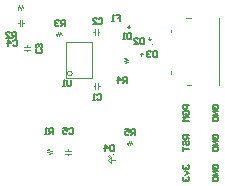
<source format=gbr>
%TF.GenerationSoftware,Altium Limited,Altium Designer,20.1.8 (145)*%
G04 Layer_Color=15790320*
%FSLAX45Y45*%
%MOMM*%
%TF.SameCoordinates,B8344769-4606-4218-AAAC-353AEC7BCCEF*%
%TF.FilePolarity,Positive*%
%TF.FileFunction,Legend,Bot*%
%TF.Part,Single*%
G01*
G75*
%TA.AperFunction,NonConductor*%
%ADD29C,0.10000*%
%ADD30C,0.10160*%
%ADD31C,0.15000*%
D29*
X1058803Y1317754D02*
G03*
X1058803Y1317754I-5000J0D01*
G01*
X1305477Y1196912D02*
G03*
X1305477Y1196912I-5000J0D01*
G01*
X1186902Y1156406D02*
G03*
X1186902Y1156406I-5000J0D01*
G01*
X975000Y262871D02*
G03*
X975000Y262871I-5000J0D01*
G01*
D30*
X620841Y947374D02*
G03*
X620841Y947374I-20000J0D01*
G01*
X1086063Y1342752D02*
X1114003D01*
X1086063D02*
X1098763Y1355452D01*
X1098763Y1332592D02*
X1098763Y1355452D01*
X1086063Y1342752D02*
X1098763Y1332592D01*
X1275479Y1229172D02*
X1285639Y1241872D01*
X1262779D02*
X1285639D01*
X1262779D02*
X1275479Y1229172D01*
Y1257112D01*
X1206899Y1096206D02*
Y1124146D01*
X1219599Y1111446D01*
X1196739D02*
X1219599D01*
X1196739D02*
X1206899Y1124146D01*
X242672Y1174233D02*
Y1186733D01*
Y1136733D02*
Y1149233D01*
X217672Y1174233D02*
X267672D01*
X217672Y1149233D02*
X267672D01*
X559923Y270096D02*
X609923D01*
X559923Y295096D02*
X609923D01*
X584923Y257596D02*
Y270096D01*
Y295096D02*
Y307596D01*
X1120001Y380096D02*
X1130000Y355096D01*
X1110001Y342596D02*
X1120001Y380096D01*
X1100001D02*
X1110001Y342596D01*
X1090001D02*
X1100001Y380096D01*
X1085000Y360096D02*
X1090001Y342596D01*
X422041Y264153D02*
X447042Y274152D01*
X409541Y284152D02*
X447042Y274152D01*
X409541Y284152D02*
X447042Y294152D01*
X409541Y304152D02*
X447042Y294152D01*
X409541Y304152D02*
X427041Y309153D01*
X522423Y1299556D02*
X532422Y1274556D01*
X512423Y1262056D02*
X522423Y1299556D01*
X502423D02*
X512423Y1262056D01*
X492423D02*
X502423Y1299556D01*
X487422Y1279556D02*
X492423Y1262056D01*
X195493Y1527740D02*
X205492Y1502740D01*
X185492Y1490240D02*
X195493Y1527740D01*
X175492D02*
X185492Y1490240D01*
X165492D02*
X175492Y1527740D01*
X160492Y1507740D02*
X165492Y1490240D01*
X200532Y1352199D02*
Y1402199D01*
X175532Y1352199D02*
Y1402199D01*
X200532Y1377199D02*
X213032D01*
X163032D02*
X175532D01*
X567041Y911674D02*
Y1211674D01*
X787041Y911674D02*
Y1211674D01*
X567041Y911674D02*
X787041D01*
X567041Y1211674D02*
X787041D01*
X922500Y250372D02*
X932500Y240372D01*
Y257871D02*
X942500Y247871D01*
X950000Y187872D02*
Y212872D01*
X922500D02*
X950000Y187872D01*
X922500Y212872D02*
X950000Y237872D01*
Y212872D02*
Y237872D01*
Y212872D02*
X982500D01*
X1866274Y849022D02*
Y1415022D01*
X1589013D02*
X1626274D01*
X1461274Y1297283D02*
Y1317284D01*
X1595540Y849022D02*
X1626274D01*
X1461274Y946022D02*
Y966022D01*
X843291Y840325D02*
X855791D01*
X805791D02*
X818291D01*
X843291Y815325D02*
Y865325D01*
X818291Y815325D02*
Y865325D01*
X798693Y1300060D02*
X811193D01*
X836193D02*
X848693D01*
X811193Y1275060D02*
Y1325060D01*
X836193Y1275060D02*
Y1325060D01*
X1059325Y1076606D02*
X1076825Y1081607D01*
X1059325Y1076606D02*
X1096825Y1066606D01*
X1059325Y1056606D02*
X1096825Y1066606D01*
X1059325Y1056606D02*
X1096825Y1046606D01*
X1071825Y1036607D02*
X1096825Y1046606D01*
D31*
X1610731Y425725D02*
X1560747D01*
Y400734D01*
X1569078Y392403D01*
X1585739D01*
X1594070Y400734D01*
Y425725D01*
Y409064D02*
X1610731Y392403D01*
X1569078Y342419D02*
X1560747Y350750D01*
Y367411D01*
X1569078Y375742D01*
X1577408D01*
X1585739Y367411D01*
Y350750D01*
X1594070Y342419D01*
X1602400D01*
X1610731Y350750D01*
Y367411D01*
X1602400Y375742D01*
X1560747Y325758D02*
Y292436D01*
Y309097D01*
X1610731D01*
X1818006Y645895D02*
X1809676Y654226D01*
Y670887D01*
X1818006Y679218D01*
X1851329D01*
X1859659Y670887D01*
Y654226D01*
X1851329Y645895D01*
X1834668D01*
Y662557D01*
X1859659Y629234D02*
X1809676D01*
X1859659Y595912D01*
X1809676D01*
Y579251D02*
X1859659D01*
Y554259D01*
X1851329Y545928D01*
X1818006D01*
X1809676Y554259D01*
Y579251D01*
X1818007Y392403D02*
X1809676Y400734D01*
Y417395D01*
X1818007Y425725D01*
X1851329D01*
X1859660Y417395D01*
Y400734D01*
X1851329Y392403D01*
X1834668D01*
Y409064D01*
X1859660Y375742D02*
X1809676D01*
X1859660Y342419D01*
X1809676D01*
Y325758D02*
X1859660D01*
Y300766D01*
X1851329Y292436D01*
X1818007D01*
X1809676Y300766D01*
Y325758D01*
X1569087Y174265D02*
X1560756Y165935D01*
Y149274D01*
X1569087Y140943D01*
X1577417D01*
X1585748Y149274D01*
Y157604D01*
Y149274D01*
X1594079Y140943D01*
X1602409D01*
X1610740Y149274D01*
Y165935D01*
X1602409Y174265D01*
X1577417Y124282D02*
X1610740Y107621D01*
X1577417Y90959D01*
X1569087Y74298D02*
X1560756Y65967D01*
Y49306D01*
X1569087Y40976D01*
X1577417D01*
X1585748Y49306D01*
Y57637D01*
Y49306D01*
X1594079Y40976D01*
X1602409D01*
X1610740Y49306D01*
Y65967D01*
X1602409Y74298D01*
X1610740Y679218D02*
X1560756D01*
Y654226D01*
X1569087Y645895D01*
X1585748D01*
X1594079Y654226D01*
Y679218D01*
X1569087Y595911D02*
X1560756Y604242D01*
Y620903D01*
X1569087Y629234D01*
X1602409D01*
X1610740Y620903D01*
Y604242D01*
X1602409Y595911D01*
X1585748D01*
Y612573D01*
X1610740Y579250D02*
X1560756D01*
X1577417Y562589D01*
X1560756Y545928D01*
X1610740D01*
X1818007Y140943D02*
X1809676Y149274D01*
Y165935D01*
X1818007Y174265D01*
X1851329D01*
X1859660Y165935D01*
Y149274D01*
X1851329Y140943D01*
X1834668D01*
Y157604D01*
X1859660Y124282D02*
X1809676D01*
X1859660Y90959D01*
X1809676D01*
Y74298D02*
X1859660D01*
Y49306D01*
X1851329Y40976D01*
X1818007D01*
X1809676Y49306D01*
Y74298D01*
X561352Y1353236D02*
Y1403219D01*
X536361D01*
X528030Y1394889D01*
Y1378228D01*
X536361Y1369897D01*
X561352D01*
X544691D02*
X528030Y1353236D01*
X511369Y1394889D02*
X503038Y1403219D01*
X486377D01*
X478046Y1394889D01*
Y1386558D01*
X486377Y1378228D01*
X494708D01*
X486377D01*
X478046Y1369897D01*
Y1361566D01*
X486377Y1353236D01*
X503038D01*
X511369Y1361566D01*
X146686Y1252172D02*
Y1302156D01*
X121694D01*
X113364Y1293825D01*
Y1277164D01*
X121694Y1268833D01*
X146686D01*
X130025D02*
X113364Y1252172D01*
X63380D02*
X96703D01*
X63380Y1285495D01*
Y1293825D01*
X71711Y1302156D01*
X88372D01*
X96703Y1293825D01*
X455364Y436024D02*
Y486007D01*
X430372D01*
X422041Y477677D01*
Y461015D01*
X430372Y452685D01*
X455364D01*
X438702D02*
X422041Y436024D01*
X405380D02*
X388719D01*
X397049D01*
Y486007D01*
X405380Y477677D01*
X593253D02*
X601584Y486007D01*
X618245D01*
X626576Y477677D01*
Y444354D01*
X618245Y436024D01*
X601584D01*
X593253Y444354D01*
X543269Y486007D02*
X576592D01*
Y461015D01*
X559931Y469346D01*
X551600D01*
X543269Y461015D01*
Y444354D01*
X551600Y436024D01*
X568261D01*
X576592Y444354D01*
X117070Y1222169D02*
X125401Y1230499D01*
X142062D01*
X150393Y1222169D01*
Y1188846D01*
X142062Y1180516D01*
X125401D01*
X117070Y1188846D01*
X75417Y1180516D02*
Y1230499D01*
X100409Y1205508D01*
X67086D01*
X354375Y1151880D02*
X362706Y1143549D01*
Y1126888D01*
X354375Y1118557D01*
X321053D01*
X312722Y1126888D01*
Y1143549D01*
X321053Y1151880D01*
X354375Y1168541D02*
X362706Y1176871D01*
Y1193533D01*
X354375Y1201863D01*
X346045D01*
X337714Y1193533D01*
Y1185202D01*
Y1193533D01*
X329383Y1201863D01*
X321053D01*
X312722Y1193533D01*
Y1176871D01*
X321053Y1168541D01*
X994236Y1440730D02*
X1027559D01*
Y1415738D01*
X1010898D01*
X1027559D01*
Y1390747D01*
X977575D02*
X960914D01*
X969244D01*
Y1440730D01*
X977575Y1432400D01*
X611763Y890131D02*
Y848478D01*
X603432Y840147D01*
X586771D01*
X578440Y848478D01*
Y890131D01*
X561779Y840147D02*
X545118D01*
X553448D01*
Y890131D01*
X561779Y881800D01*
X1151654Y428641D02*
Y478625D01*
X1126662D01*
X1118332Y470294D01*
Y453633D01*
X1126662Y445302D01*
X1151654D01*
X1134993D02*
X1118332Y428641D01*
X1068348Y478625D02*
X1101670D01*
Y453633D01*
X1085009Y461964D01*
X1076679D01*
X1068348Y453633D01*
Y436972D01*
X1076679Y428641D01*
X1093340D01*
X1101670Y436972D01*
X1086413Y870164D02*
Y920148D01*
X1061421D01*
X1053091Y911818D01*
Y895156D01*
X1061421Y886826D01*
X1086413D01*
X1069752D02*
X1053091Y870164D01*
X1011438D02*
Y920148D01*
X1036429Y895156D01*
X1003107D01*
X973694Y341174D02*
Y291191D01*
X948702D01*
X940372Y299521D01*
Y332844D01*
X948702Y341174D01*
X973694D01*
X898719Y291191D02*
Y341174D01*
X923710Y316183D01*
X890388D01*
X1335626Y1141988D02*
Y1092004D01*
X1310634D01*
X1302303Y1100335D01*
Y1133657D01*
X1310634Y1141988D01*
X1335626D01*
X1285642Y1133657D02*
X1277311Y1141988D01*
X1260650D01*
X1252320Y1133657D01*
Y1125326D01*
X1260650Y1116996D01*
X1268981D01*
X1260650D01*
X1252320Y1108665D01*
Y1100335D01*
X1260650Y1092004D01*
X1277311D01*
X1285642Y1100335D01*
X1225630Y1248218D02*
Y1198235D01*
X1200638D01*
X1192307Y1206566D01*
Y1239888D01*
X1200638Y1248218D01*
X1225630D01*
X1142323Y1198235D02*
X1175646D01*
X1142323Y1231557D01*
Y1239888D01*
X1150654Y1248218D01*
X1167315D01*
X1175646Y1239888D01*
X1115723Y1294524D02*
Y1244540D01*
X1090731D01*
X1082401Y1252871D01*
Y1286193D01*
X1090731Y1294524D01*
X1115723D01*
X1065740Y1244540D02*
X1049078D01*
X1057409D01*
Y1294524D01*
X1065740Y1286193D01*
X844524Y1408247D02*
X852855Y1416577D01*
X869516D01*
X877846Y1408247D01*
Y1374924D01*
X869516Y1366593D01*
X852855D01*
X844524Y1374924D01*
X794540Y1366593D02*
X827863D01*
X794540Y1399916D01*
Y1408247D01*
X802871Y1416577D01*
X819532D01*
X827863Y1408247D01*
X830807Y764685D02*
X839137Y773015D01*
X855798D01*
X864129Y764685D01*
Y731362D01*
X855798Y723031D01*
X839137D01*
X830807Y731362D01*
X814145Y723031D02*
X797484D01*
X805815D01*
Y773015D01*
X814145Y764685D01*
%TF.MD5,af90b54e133510fd5e9269ffa14195c2*%
M02*

</source>
